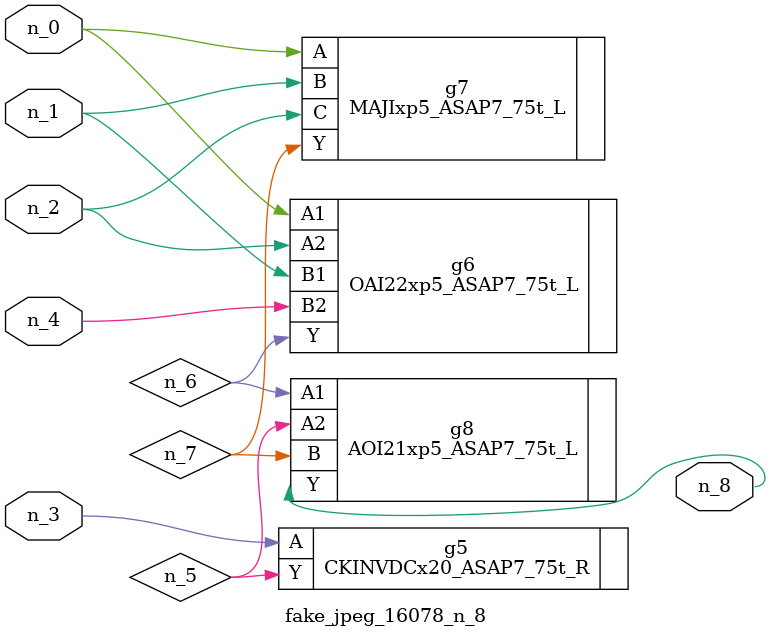
<source format=v>
module fake_jpeg_16078_n_8 (n_3, n_2, n_1, n_0, n_4, n_8);

input n_3;
input n_2;
input n_1;
input n_0;
input n_4;

output n_8;

wire n_6;
wire n_5;
wire n_7;

CKINVDCx20_ASAP7_75t_R g5 ( 
.A(n_3),
.Y(n_5)
);

OAI22xp5_ASAP7_75t_L g6 ( 
.A1(n_0),
.A2(n_2),
.B1(n_1),
.B2(n_4),
.Y(n_6)
);

MAJIxp5_ASAP7_75t_L g7 ( 
.A(n_0),
.B(n_1),
.C(n_2),
.Y(n_7)
);

AOI21xp5_ASAP7_75t_L g8 ( 
.A1(n_6),
.A2(n_5),
.B(n_7),
.Y(n_8)
);


endmodule
</source>
